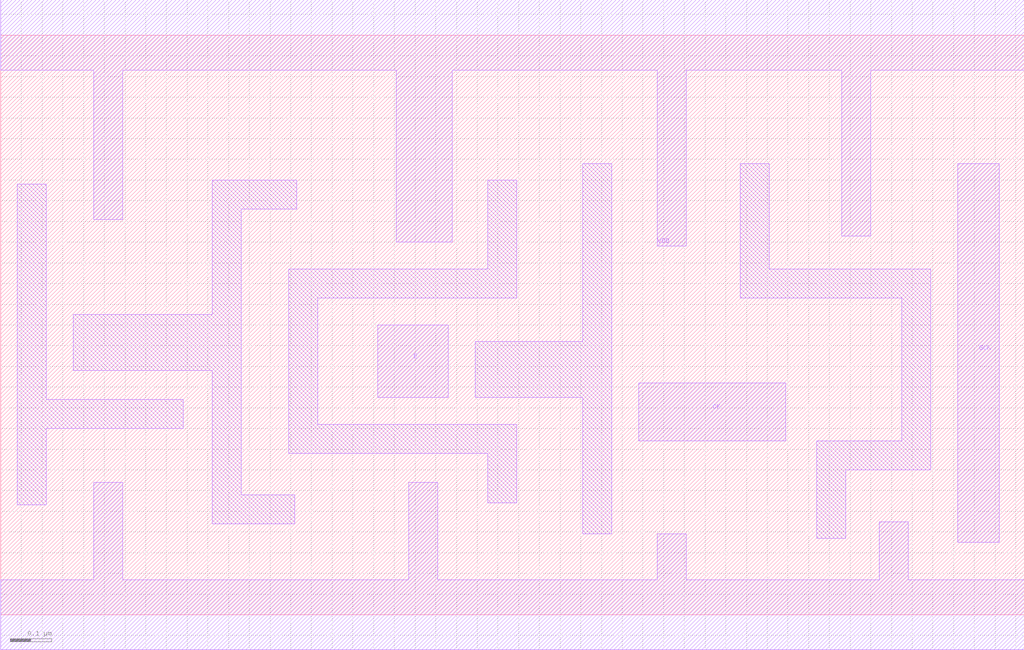
<source format=lef>
# 
# ******************************************************************************
# *                                                                            *
# *                   Copyright (C) 2004-2010, Nangate Inc.                    *
# *                           All rights reserved.                             *
# *                                                                            *
# * Nangate and the Nangate logo are trademarks of Nangate Inc.                *
# *                                                                            *
# * All trademarks, logos, software marks, and trade names (collectively the   *
# * "Marks") in this program are proprietary to Nangate or other respective    *
# * owners that have granted Nangate the right and license to use such Marks.  *
# * You are not permitted to use the Marks without the prior written consent   *
# * of Nangate or such third party that may own the Marks.                     *
# *                                                                            *
# * This file has been provided pursuant to a License Agreement containing     *
# * restrictions on its use. This file contains valuable trade secrets and     *
# * proprietary information of Nangate Inc., and is protected by U.S. and      *
# * international laws and/or treaties.                                        *
# *                                                                            *
# * The copyright notice(s) in this file does not indicate actual or intended  *
# * publication of this file.                                                  *
# *                                                                            *
# *     NGLibraryCreator, v2010.08-HR32-SP3-2010-08-05 - build 1009061800      *
# *                                                                            *
# ******************************************************************************
# 
# 
# Running on brazil06.nangate.com.br for user Giancarlo Franciscatto (gfr).
# Local time is now Fri, 3 Dec 2010, 19:32:18.
# Main process id is 27821.

VERSION 5.6 ;
BUSBITCHARS "[]" ;
DIVIDERCHAR "/" ;

MACRO CLKGATE_X1
  CLASS core ;
  FOREIGN CLKGATE_X1 0.0 0.0 ;
  ORIGIN 0 0 ;
  SYMMETRY X Y ;
  SITE FreePDK45_38x28_10R_NP_162NW_34O ;
  SIZE 2.47 BY 1.4 ;
  PIN CK
    DIRECTION INPUT ;
    ANTENNAPARTIALMETALAREA 0.0497 LAYER metal1 ;
    ANTENNAPARTIALMETALSIDEAREA 0.1287 LAYER metal1 ;
    ANTENNAGATEAREA 0.0525 ;
    PORT
      LAYER metal1 ;
        POLYGON 1.54 0.42 1.895 0.42 1.895 0.56 1.54 0.56  ;
    END
  END CK
  PIN E
    DIRECTION INPUT ;
    ANTENNAPARTIALMETALAREA 0.02975 LAYER metal1 ;
    ANTENNAPARTIALMETALSIDEAREA 0.0897 LAYER metal1 ;
    ANTENNAGATEAREA 0.02625 ;
    PORT
      LAYER metal1 ;
        POLYGON 0.91 0.525 1.08 0.525 1.08 0.7 0.91 0.7  ;
    END
  END E
  PIN GCK
    DIRECTION OUTPUT ;
    ANTENNAPARTIALMETALAREA 0.0915 LAYER metal1 ;
    ANTENNAPARTIALMETALSIDEAREA 0.2639 LAYER metal1 ;
    ANTENNADIFFAREA 0.086625 ;
    PORT
      LAYER metal1 ;
        POLYGON 2.31 0.175 2.41 0.175 2.41 1.09 2.31 1.09  ;
    END
  END GCK
  PIN VDD
    DIRECTION INOUT ;
    USE power ;
    SHAPE ABUTMENT ;
    PORT
      LAYER metal1 ;
        POLYGON 0 1.315 0.225 1.315 0.225 0.955 0.295 0.955 0.295 1.315 0.715 1.315 0.955 1.315 0.955 0.9 1.09 0.9 1.09 1.315 1.245 1.315 1.475 1.315 1.585 1.315 1.585 0.89 1.655 0.89 1.655 1.315 2.03 1.315 2.03 0.915 2.1 0.915 2.1 1.315 2.245 1.315 2.47 1.315 2.47 1.485 2.245 1.485 1.475 1.485 1.245 1.485 0.715 1.485 0 1.485  ;
    END
  END VDD
  PIN VSS
    DIRECTION INOUT ;
    USE ground ;
    SHAPE ABUTMENT ;
    PORT
      LAYER metal1 ;
        POLYGON 0 -0.085 2.47 -0.085 2.47 0.085 2.19 0.085 2.19 0.225 2.12 0.225 2.12 0.085 1.655 0.085 1.655 0.195 1.585 0.195 1.585 0.085 1.055 0.085 1.055 0.32 0.985 0.32 0.985 0.085 0.295 0.085 0.295 0.32 0.225 0.32 0.225 0.085 0 0.085  ;
    END
  END VSS
  OBS
      LAYER metal1 ;
        POLYGON 0.04 0.265 0.11 0.265 0.11 0.45 0.44 0.45 0.44 0.52 0.11 0.52 0.11 1.04 0.04 1.04  ;
        POLYGON 0.58 0.98 0.715 0.98 0.715 1.05 0.51 1.05 0.51 0.725 0.175 0.725 0.175 0.59 0.51 0.59 0.51 0.22 0.71 0.22 0.71 0.29 0.58 0.29  ;
        POLYGON 0.765 0.765 1.245 0.765 1.245 1.05 1.175 1.05 1.175 0.835 0.695 0.835 0.695 0.39 1.175 0.39 1.175 0.27 1.245 0.27 1.245 0.46 0.765 0.46  ;
        POLYGON 1.145 0.525 1.405 0.525 1.405 0.195 1.475 0.195 1.475 1.09 1.405 1.09 1.405 0.66 1.145 0.66  ;
        POLYGON 1.785 0.765 2.175 0.765 2.175 0.42 1.97 0.42 1.97 0.185 2.04 0.185 2.04 0.35 2.245 0.35 2.245 0.835 1.855 0.835 1.855 1.09 1.785 1.09  ;
  END
END CLKGATE_X1

END LIBRARY
#
# End of file
#

</source>
